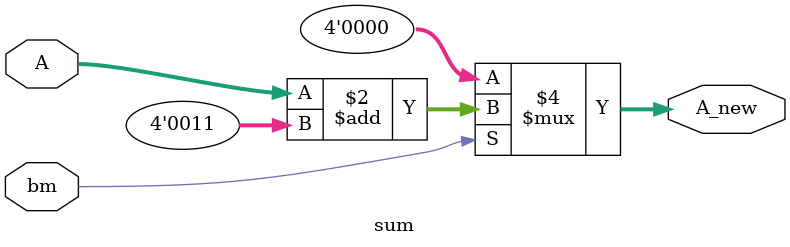
<source format=v>
module sum (

    input  wire [3:0] A,
    input  wire       bm,
    output reg  [3:0] A_new
    
);
    
    always @(*) begin
        if (bm) begin
            A_new <= A + 4'd3;  
 
        end else begin
            A_new <= 4'd0;        

        end
    end
endmodule
</source>
